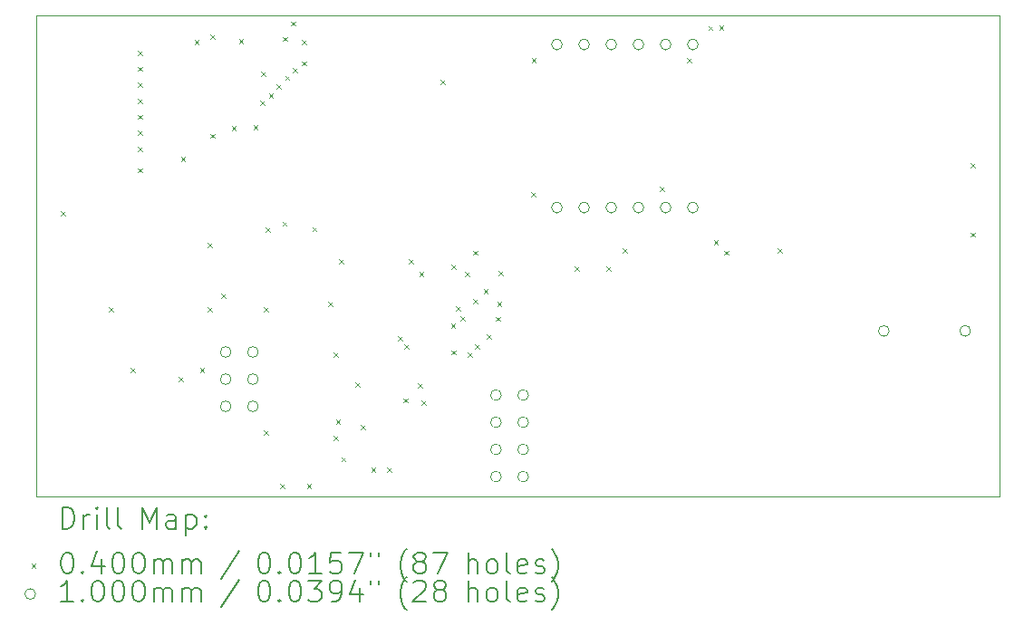
<source format=gbr>
%TF.GenerationSoftware,KiCad,Pcbnew,(7.0.0)*%
%TF.CreationDate,2023-04-21T02:07:05-06:00*%
%TF.ProjectId,Phase_B_ATMEGA_v3,50686173-655f-4425-9f41-544d4547415f,rev?*%
%TF.SameCoordinates,Original*%
%TF.FileFunction,Drillmap*%
%TF.FilePolarity,Positive*%
%FSLAX45Y45*%
G04 Gerber Fmt 4.5, Leading zero omitted, Abs format (unit mm)*
G04 Created by KiCad (PCBNEW (7.0.0)) date 2023-04-21 02:07:05*
%MOMM*%
%LPD*%
G01*
G04 APERTURE LIST*
%ADD10C,0.100000*%
%ADD11C,0.200000*%
%ADD12C,0.040000*%
G04 APERTURE END LIST*
D10*
X5607500Y-4980000D02*
X14607500Y-4980000D01*
X14607500Y-4980000D02*
X14607500Y-9480000D01*
X14607500Y-9480000D02*
X5607500Y-9480000D01*
X5607500Y-9480000D02*
X5607500Y-4980000D01*
D11*
D12*
X5837500Y-6810000D02*
X5877500Y-6850000D01*
X5877500Y-6810000D02*
X5837500Y-6850000D01*
X6287500Y-7710000D02*
X6327500Y-7750000D01*
X6327500Y-7710000D02*
X6287500Y-7750000D01*
X6487500Y-8277500D02*
X6527500Y-8317500D01*
X6527500Y-8277500D02*
X6487500Y-8317500D01*
X6560000Y-5310000D02*
X6600000Y-5350000D01*
X6600000Y-5310000D02*
X6560000Y-5350000D01*
X6560000Y-5460000D02*
X6600000Y-5500000D01*
X6600000Y-5460000D02*
X6560000Y-5500000D01*
X6560000Y-5610000D02*
X6600000Y-5650000D01*
X6600000Y-5610000D02*
X6560000Y-5650000D01*
X6560000Y-5760000D02*
X6600000Y-5800000D01*
X6600000Y-5760000D02*
X6560000Y-5800000D01*
X6560000Y-5910000D02*
X6600000Y-5950000D01*
X6600000Y-5910000D02*
X6560000Y-5950000D01*
X6560000Y-6060000D02*
X6600000Y-6100000D01*
X6600000Y-6060000D02*
X6560000Y-6100000D01*
X6560000Y-6210000D02*
X6600000Y-6250000D01*
X6600000Y-6210000D02*
X6560000Y-6250000D01*
X6560000Y-6410000D02*
X6600000Y-6450000D01*
X6600000Y-6410000D02*
X6560000Y-6450000D01*
X6937500Y-8360000D02*
X6977500Y-8400000D01*
X6977500Y-8360000D02*
X6937500Y-8400000D01*
X6960000Y-6301250D02*
X7000000Y-6341250D01*
X7000000Y-6301250D02*
X6960000Y-6341250D01*
X7087500Y-5210000D02*
X7127500Y-5250000D01*
X7127500Y-5210000D02*
X7087500Y-5250000D01*
X7137500Y-8277500D02*
X7177500Y-8317500D01*
X7177500Y-8277500D02*
X7137500Y-8317500D01*
X7207500Y-7110000D02*
X7247500Y-7150000D01*
X7247500Y-7110000D02*
X7207500Y-7150000D01*
X7207500Y-7710000D02*
X7247500Y-7750000D01*
X7247500Y-7710000D02*
X7207500Y-7750000D01*
X7237500Y-5160000D02*
X7277500Y-5200000D01*
X7277500Y-5160000D02*
X7237500Y-5200000D01*
X7237500Y-6088460D02*
X7277500Y-6128460D01*
X7277500Y-6088460D02*
X7237500Y-6128460D01*
X7337500Y-7580000D02*
X7377500Y-7620000D01*
X7377500Y-7580000D02*
X7337500Y-7620000D01*
X7433030Y-6015960D02*
X7473030Y-6055960D01*
X7473030Y-6015960D02*
X7433030Y-6055960D01*
X7502330Y-5200106D02*
X7542330Y-5240106D01*
X7542330Y-5200106D02*
X7502330Y-5240106D01*
X7637500Y-6010000D02*
X7677500Y-6050000D01*
X7677500Y-6010000D02*
X7637500Y-6050000D01*
X7703678Y-5776178D02*
X7743678Y-5816178D01*
X7743678Y-5776178D02*
X7703678Y-5816178D01*
X7708778Y-5510000D02*
X7748778Y-5550000D01*
X7748778Y-5510000D02*
X7708778Y-5550000D01*
X7737500Y-7710000D02*
X7777500Y-7750000D01*
X7777500Y-7710000D02*
X7737500Y-7750000D01*
X7737500Y-8860000D02*
X7777500Y-8900000D01*
X7777500Y-8860000D02*
X7737500Y-8900000D01*
X7752925Y-6964575D02*
X7792925Y-7004575D01*
X7792925Y-6964575D02*
X7752925Y-7004575D01*
X7781228Y-5710000D02*
X7821228Y-5750000D01*
X7821228Y-5710000D02*
X7781228Y-5750000D01*
X7853678Y-5626178D02*
X7893678Y-5666178D01*
X7893678Y-5626178D02*
X7853678Y-5666178D01*
X7887500Y-9360000D02*
X7927500Y-9400000D01*
X7927500Y-9360000D02*
X7887500Y-9400000D01*
X7907500Y-6910000D02*
X7947500Y-6950000D01*
X7947500Y-6910000D02*
X7907500Y-6950000D01*
X7915050Y-5182450D02*
X7955050Y-5222450D01*
X7955050Y-5182450D02*
X7915050Y-5222450D01*
X7933002Y-5546853D02*
X7973002Y-5586853D01*
X7973002Y-5546853D02*
X7933002Y-5586853D01*
X7987500Y-5037550D02*
X8027500Y-5077550D01*
X8027500Y-5037550D02*
X7987500Y-5077550D01*
X8003678Y-5476178D02*
X8043678Y-5516178D01*
X8043678Y-5476178D02*
X8003678Y-5516178D01*
X8087500Y-5210000D02*
X8127500Y-5250000D01*
X8127500Y-5210000D02*
X8087500Y-5250000D01*
X8087500Y-5410000D02*
X8127500Y-5450000D01*
X8127500Y-5410000D02*
X8087500Y-5450000D01*
X8137500Y-9360000D02*
X8177500Y-9400000D01*
X8177500Y-9360000D02*
X8137500Y-9400000D01*
X8187500Y-6960000D02*
X8227500Y-7000000D01*
X8227500Y-6960000D02*
X8187500Y-7000000D01*
X8337500Y-7660000D02*
X8377500Y-7700000D01*
X8377500Y-7660000D02*
X8337500Y-7700000D01*
X8387500Y-8130000D02*
X8427500Y-8170000D01*
X8427500Y-8130000D02*
X8387500Y-8170000D01*
X8387500Y-8910000D02*
X8427500Y-8950000D01*
X8427500Y-8910000D02*
X8387500Y-8950000D01*
X8407500Y-8760000D02*
X8447500Y-8800000D01*
X8447500Y-8760000D02*
X8407500Y-8800000D01*
X8437500Y-7260000D02*
X8477500Y-7300000D01*
X8477500Y-7260000D02*
X8437500Y-7300000D01*
X8457500Y-9110000D02*
X8497500Y-9150000D01*
X8497500Y-9110000D02*
X8457500Y-9150000D01*
X8587500Y-8410000D02*
X8627500Y-8450000D01*
X8627500Y-8410000D02*
X8587500Y-8450000D01*
X8637500Y-8810000D02*
X8677500Y-8850000D01*
X8677500Y-8810000D02*
X8637500Y-8850000D01*
X8737500Y-9210000D02*
X8777500Y-9250000D01*
X8777500Y-9210000D02*
X8737500Y-9250000D01*
X8887500Y-9210000D02*
X8927500Y-9250000D01*
X8927500Y-9210000D02*
X8887500Y-9250000D01*
X8984970Y-7980000D02*
X9024970Y-8020000D01*
X9024970Y-7980000D02*
X8984970Y-8020000D01*
X9037500Y-8560000D02*
X9077500Y-8600000D01*
X9077500Y-8560000D02*
X9037500Y-8600000D01*
X9046596Y-8058691D02*
X9086596Y-8098691D01*
X9086596Y-8058691D02*
X9046596Y-8098691D01*
X9087500Y-7260000D02*
X9127500Y-7300000D01*
X9127500Y-7260000D02*
X9087500Y-7300000D01*
X9172505Y-8422545D02*
X9212505Y-8462545D01*
X9212505Y-8422545D02*
X9172505Y-8462545D01*
X9187500Y-7380000D02*
X9227500Y-7420000D01*
X9227500Y-7380000D02*
X9187500Y-7420000D01*
X9207500Y-8582450D02*
X9247500Y-8622450D01*
X9247500Y-8582450D02*
X9207500Y-8622450D01*
X9387500Y-5582450D02*
X9427500Y-5622450D01*
X9427500Y-5582450D02*
X9387500Y-5622450D01*
X9481838Y-7862450D02*
X9521838Y-7902450D01*
X9521838Y-7862450D02*
X9481838Y-7902450D01*
X9487500Y-7310000D02*
X9527500Y-7350000D01*
X9527500Y-7310000D02*
X9487500Y-7350000D01*
X9487500Y-8110000D02*
X9527500Y-8150000D01*
X9527500Y-8110000D02*
X9487500Y-8150000D01*
X9527518Y-7702962D02*
X9567518Y-7742962D01*
X9567518Y-7702962D02*
X9527518Y-7742962D01*
X9573155Y-7791885D02*
X9613155Y-7831885D01*
X9613155Y-7791885D02*
X9573155Y-7831885D01*
X9615050Y-7380000D02*
X9655050Y-7420000D01*
X9655050Y-7380000D02*
X9615050Y-7420000D01*
X9637500Y-8130000D02*
X9677500Y-8170000D01*
X9677500Y-8130000D02*
X9637500Y-8170000D01*
X9687500Y-7180000D02*
X9727500Y-7220000D01*
X9727500Y-7180000D02*
X9687500Y-7220000D01*
X9687500Y-7630000D02*
X9727500Y-7670000D01*
X9727500Y-7630000D02*
X9687500Y-7670000D01*
X9708176Y-8057550D02*
X9748176Y-8097550D01*
X9748176Y-8057550D02*
X9708176Y-8097550D01*
X9787500Y-7542450D02*
X9827500Y-7582450D01*
X9827500Y-7542450D02*
X9787500Y-7582450D01*
X9814534Y-7960255D02*
X9854534Y-8000255D01*
X9854534Y-7960255D02*
X9814534Y-8000255D01*
X9904640Y-7797140D02*
X9944640Y-7837140D01*
X9944640Y-7797140D02*
X9904640Y-7837140D01*
X9913765Y-7656265D02*
X9953765Y-7696265D01*
X9953765Y-7656265D02*
X9913765Y-7696265D01*
X9929450Y-7371950D02*
X9969450Y-7411950D01*
X9969450Y-7371950D02*
X9929450Y-7411950D01*
X10231550Y-6635950D02*
X10271550Y-6675950D01*
X10271550Y-6635950D02*
X10231550Y-6675950D01*
X10237500Y-5380000D02*
X10277500Y-5420000D01*
X10277500Y-5380000D02*
X10237500Y-5420000D01*
X10637500Y-7330000D02*
X10677500Y-7370000D01*
X10677500Y-7330000D02*
X10637500Y-7370000D01*
X10937500Y-7330000D02*
X10977500Y-7370000D01*
X10977500Y-7330000D02*
X10937500Y-7370000D01*
X11087500Y-7160000D02*
X11127500Y-7200000D01*
X11127500Y-7160000D02*
X11087500Y-7200000D01*
X11437500Y-6580000D02*
X11477500Y-6620000D01*
X11477500Y-6580000D02*
X11437500Y-6620000D01*
X11687500Y-5380000D02*
X11727500Y-5420000D01*
X11727500Y-5380000D02*
X11687500Y-5420000D01*
X11887500Y-5080000D02*
X11927500Y-5120000D01*
X11927500Y-5080000D02*
X11887500Y-5120000D01*
X11937500Y-7080000D02*
X11977500Y-7120000D01*
X11977500Y-7080000D02*
X11937500Y-7120000D01*
X11988730Y-5078770D02*
X12028730Y-5118770D01*
X12028730Y-5078770D02*
X11988730Y-5118770D01*
X12037500Y-7180000D02*
X12077500Y-7220000D01*
X12077500Y-7180000D02*
X12037500Y-7220000D01*
X12537500Y-7160000D02*
X12577500Y-7200000D01*
X12577500Y-7160000D02*
X12537500Y-7200000D01*
X14337500Y-6360000D02*
X14377500Y-6400000D01*
X14377500Y-6360000D02*
X14337500Y-6400000D01*
X14337500Y-7010000D02*
X14377500Y-7050000D01*
X14377500Y-7010000D02*
X14337500Y-7050000D01*
D10*
X7428500Y-8127500D02*
G75*
G03*
X7428500Y-8127500I-50000J0D01*
G01*
X7428500Y-8381500D02*
G75*
G03*
X7428500Y-8381500I-50000J0D01*
G01*
X7428500Y-8635500D02*
G75*
G03*
X7428500Y-8635500I-50000J0D01*
G01*
X7682500Y-8127500D02*
G75*
G03*
X7682500Y-8127500I-50000J0D01*
G01*
X7682500Y-8381500D02*
G75*
G03*
X7682500Y-8381500I-50000J0D01*
G01*
X7682500Y-8635500D02*
G75*
G03*
X7682500Y-8635500I-50000J0D01*
G01*
X9953500Y-8530000D02*
G75*
G03*
X9953500Y-8530000I-50000J0D01*
G01*
X9953500Y-8784000D02*
G75*
G03*
X9953500Y-8784000I-50000J0D01*
G01*
X9953500Y-9038000D02*
G75*
G03*
X9953500Y-9038000I-50000J0D01*
G01*
X9953500Y-9292000D02*
G75*
G03*
X9953500Y-9292000I-50000J0D01*
G01*
X10207500Y-8530000D02*
G75*
G03*
X10207500Y-8530000I-50000J0D01*
G01*
X10207500Y-8784000D02*
G75*
G03*
X10207500Y-8784000I-50000J0D01*
G01*
X10207500Y-9038000D02*
G75*
G03*
X10207500Y-9038000I-50000J0D01*
G01*
X10207500Y-9292000D02*
G75*
G03*
X10207500Y-9292000I-50000J0D01*
G01*
X10522500Y-5253750D02*
G75*
G03*
X10522500Y-5253750I-50000J0D01*
G01*
X10522500Y-6777750D02*
G75*
G03*
X10522500Y-6777750I-50000J0D01*
G01*
X10776500Y-5253750D02*
G75*
G03*
X10776500Y-5253750I-50000J0D01*
G01*
X10776500Y-6777750D02*
G75*
G03*
X10776500Y-6777750I-50000J0D01*
G01*
X11030500Y-5253750D02*
G75*
G03*
X11030500Y-5253750I-50000J0D01*
G01*
X11030500Y-6777750D02*
G75*
G03*
X11030500Y-6777750I-50000J0D01*
G01*
X11284500Y-5253750D02*
G75*
G03*
X11284500Y-5253750I-50000J0D01*
G01*
X11284500Y-6777750D02*
G75*
G03*
X11284500Y-6777750I-50000J0D01*
G01*
X11538500Y-5253750D02*
G75*
G03*
X11538500Y-5253750I-50000J0D01*
G01*
X11538500Y-6777750D02*
G75*
G03*
X11538500Y-6777750I-50000J0D01*
G01*
X11792500Y-5253750D02*
G75*
G03*
X11792500Y-5253750I-50000J0D01*
G01*
X11792500Y-6777750D02*
G75*
G03*
X11792500Y-6777750I-50000J0D01*
G01*
X13577500Y-7930000D02*
G75*
G03*
X13577500Y-7930000I-50000J0D01*
G01*
X14337500Y-7930000D02*
G75*
G03*
X14337500Y-7930000I-50000J0D01*
G01*
D11*
X5850119Y-9778476D02*
X5850119Y-9578476D01*
X5850119Y-9578476D02*
X5897738Y-9578476D01*
X5897738Y-9578476D02*
X5926309Y-9588000D01*
X5926309Y-9588000D02*
X5945357Y-9607048D01*
X5945357Y-9607048D02*
X5954881Y-9626095D01*
X5954881Y-9626095D02*
X5964405Y-9664190D01*
X5964405Y-9664190D02*
X5964405Y-9692762D01*
X5964405Y-9692762D02*
X5954881Y-9730857D01*
X5954881Y-9730857D02*
X5945357Y-9749905D01*
X5945357Y-9749905D02*
X5926309Y-9768952D01*
X5926309Y-9768952D02*
X5897738Y-9778476D01*
X5897738Y-9778476D02*
X5850119Y-9778476D01*
X6050119Y-9778476D02*
X6050119Y-9645143D01*
X6050119Y-9683238D02*
X6059643Y-9664190D01*
X6059643Y-9664190D02*
X6069167Y-9654667D01*
X6069167Y-9654667D02*
X6088214Y-9645143D01*
X6088214Y-9645143D02*
X6107262Y-9645143D01*
X6173928Y-9778476D02*
X6173928Y-9645143D01*
X6173928Y-9578476D02*
X6164405Y-9588000D01*
X6164405Y-9588000D02*
X6173928Y-9597524D01*
X6173928Y-9597524D02*
X6183452Y-9588000D01*
X6183452Y-9588000D02*
X6173928Y-9578476D01*
X6173928Y-9578476D02*
X6173928Y-9597524D01*
X6297738Y-9778476D02*
X6278690Y-9768952D01*
X6278690Y-9768952D02*
X6269167Y-9749905D01*
X6269167Y-9749905D02*
X6269167Y-9578476D01*
X6402500Y-9778476D02*
X6383452Y-9768952D01*
X6383452Y-9768952D02*
X6373928Y-9749905D01*
X6373928Y-9749905D02*
X6373928Y-9578476D01*
X6598690Y-9778476D02*
X6598690Y-9578476D01*
X6598690Y-9578476D02*
X6665357Y-9721333D01*
X6665357Y-9721333D02*
X6732024Y-9578476D01*
X6732024Y-9578476D02*
X6732024Y-9778476D01*
X6912976Y-9778476D02*
X6912976Y-9673714D01*
X6912976Y-9673714D02*
X6903452Y-9654667D01*
X6903452Y-9654667D02*
X6884405Y-9645143D01*
X6884405Y-9645143D02*
X6846309Y-9645143D01*
X6846309Y-9645143D02*
X6827262Y-9654667D01*
X6912976Y-9768952D02*
X6893928Y-9778476D01*
X6893928Y-9778476D02*
X6846309Y-9778476D01*
X6846309Y-9778476D02*
X6827262Y-9768952D01*
X6827262Y-9768952D02*
X6817738Y-9749905D01*
X6817738Y-9749905D02*
X6817738Y-9730857D01*
X6817738Y-9730857D02*
X6827262Y-9711810D01*
X6827262Y-9711810D02*
X6846309Y-9702286D01*
X6846309Y-9702286D02*
X6893928Y-9702286D01*
X6893928Y-9702286D02*
X6912976Y-9692762D01*
X7008214Y-9645143D02*
X7008214Y-9845143D01*
X7008214Y-9654667D02*
X7027262Y-9645143D01*
X7027262Y-9645143D02*
X7065357Y-9645143D01*
X7065357Y-9645143D02*
X7084405Y-9654667D01*
X7084405Y-9654667D02*
X7093928Y-9664190D01*
X7093928Y-9664190D02*
X7103452Y-9683238D01*
X7103452Y-9683238D02*
X7103452Y-9740381D01*
X7103452Y-9740381D02*
X7093928Y-9759429D01*
X7093928Y-9759429D02*
X7084405Y-9768952D01*
X7084405Y-9768952D02*
X7065357Y-9778476D01*
X7065357Y-9778476D02*
X7027262Y-9778476D01*
X7027262Y-9778476D02*
X7008214Y-9768952D01*
X7189167Y-9759429D02*
X7198690Y-9768952D01*
X7198690Y-9768952D02*
X7189167Y-9778476D01*
X7189167Y-9778476D02*
X7179643Y-9768952D01*
X7179643Y-9768952D02*
X7189167Y-9759429D01*
X7189167Y-9759429D02*
X7189167Y-9778476D01*
X7189167Y-9654667D02*
X7198690Y-9664190D01*
X7198690Y-9664190D02*
X7189167Y-9673714D01*
X7189167Y-9673714D02*
X7179643Y-9664190D01*
X7179643Y-9664190D02*
X7189167Y-9654667D01*
X7189167Y-9654667D02*
X7189167Y-9673714D01*
D12*
X5562500Y-10105000D02*
X5602500Y-10145000D01*
X5602500Y-10105000D02*
X5562500Y-10145000D01*
D11*
X5888214Y-9998476D02*
X5907262Y-9998476D01*
X5907262Y-9998476D02*
X5926309Y-10008000D01*
X5926309Y-10008000D02*
X5935833Y-10017524D01*
X5935833Y-10017524D02*
X5945357Y-10036571D01*
X5945357Y-10036571D02*
X5954881Y-10074667D01*
X5954881Y-10074667D02*
X5954881Y-10122286D01*
X5954881Y-10122286D02*
X5945357Y-10160381D01*
X5945357Y-10160381D02*
X5935833Y-10179429D01*
X5935833Y-10179429D02*
X5926309Y-10188952D01*
X5926309Y-10188952D02*
X5907262Y-10198476D01*
X5907262Y-10198476D02*
X5888214Y-10198476D01*
X5888214Y-10198476D02*
X5869167Y-10188952D01*
X5869167Y-10188952D02*
X5859643Y-10179429D01*
X5859643Y-10179429D02*
X5850119Y-10160381D01*
X5850119Y-10160381D02*
X5840595Y-10122286D01*
X5840595Y-10122286D02*
X5840595Y-10074667D01*
X5840595Y-10074667D02*
X5850119Y-10036571D01*
X5850119Y-10036571D02*
X5859643Y-10017524D01*
X5859643Y-10017524D02*
X5869167Y-10008000D01*
X5869167Y-10008000D02*
X5888214Y-9998476D01*
X6040595Y-10179429D02*
X6050119Y-10188952D01*
X6050119Y-10188952D02*
X6040595Y-10198476D01*
X6040595Y-10198476D02*
X6031071Y-10188952D01*
X6031071Y-10188952D02*
X6040595Y-10179429D01*
X6040595Y-10179429D02*
X6040595Y-10198476D01*
X6221548Y-10065143D02*
X6221548Y-10198476D01*
X6173928Y-9988952D02*
X6126309Y-10131810D01*
X6126309Y-10131810D02*
X6250119Y-10131810D01*
X6364405Y-9998476D02*
X6383452Y-9998476D01*
X6383452Y-9998476D02*
X6402500Y-10008000D01*
X6402500Y-10008000D02*
X6412024Y-10017524D01*
X6412024Y-10017524D02*
X6421548Y-10036571D01*
X6421548Y-10036571D02*
X6431071Y-10074667D01*
X6431071Y-10074667D02*
X6431071Y-10122286D01*
X6431071Y-10122286D02*
X6421548Y-10160381D01*
X6421548Y-10160381D02*
X6412024Y-10179429D01*
X6412024Y-10179429D02*
X6402500Y-10188952D01*
X6402500Y-10188952D02*
X6383452Y-10198476D01*
X6383452Y-10198476D02*
X6364405Y-10198476D01*
X6364405Y-10198476D02*
X6345357Y-10188952D01*
X6345357Y-10188952D02*
X6335833Y-10179429D01*
X6335833Y-10179429D02*
X6326309Y-10160381D01*
X6326309Y-10160381D02*
X6316786Y-10122286D01*
X6316786Y-10122286D02*
X6316786Y-10074667D01*
X6316786Y-10074667D02*
X6326309Y-10036571D01*
X6326309Y-10036571D02*
X6335833Y-10017524D01*
X6335833Y-10017524D02*
X6345357Y-10008000D01*
X6345357Y-10008000D02*
X6364405Y-9998476D01*
X6554881Y-9998476D02*
X6573929Y-9998476D01*
X6573929Y-9998476D02*
X6592976Y-10008000D01*
X6592976Y-10008000D02*
X6602500Y-10017524D01*
X6602500Y-10017524D02*
X6612024Y-10036571D01*
X6612024Y-10036571D02*
X6621548Y-10074667D01*
X6621548Y-10074667D02*
X6621548Y-10122286D01*
X6621548Y-10122286D02*
X6612024Y-10160381D01*
X6612024Y-10160381D02*
X6602500Y-10179429D01*
X6602500Y-10179429D02*
X6592976Y-10188952D01*
X6592976Y-10188952D02*
X6573929Y-10198476D01*
X6573929Y-10198476D02*
X6554881Y-10198476D01*
X6554881Y-10198476D02*
X6535833Y-10188952D01*
X6535833Y-10188952D02*
X6526309Y-10179429D01*
X6526309Y-10179429D02*
X6516786Y-10160381D01*
X6516786Y-10160381D02*
X6507262Y-10122286D01*
X6507262Y-10122286D02*
X6507262Y-10074667D01*
X6507262Y-10074667D02*
X6516786Y-10036571D01*
X6516786Y-10036571D02*
X6526309Y-10017524D01*
X6526309Y-10017524D02*
X6535833Y-10008000D01*
X6535833Y-10008000D02*
X6554881Y-9998476D01*
X6707262Y-10198476D02*
X6707262Y-10065143D01*
X6707262Y-10084190D02*
X6716786Y-10074667D01*
X6716786Y-10074667D02*
X6735833Y-10065143D01*
X6735833Y-10065143D02*
X6764405Y-10065143D01*
X6764405Y-10065143D02*
X6783452Y-10074667D01*
X6783452Y-10074667D02*
X6792976Y-10093714D01*
X6792976Y-10093714D02*
X6792976Y-10198476D01*
X6792976Y-10093714D02*
X6802500Y-10074667D01*
X6802500Y-10074667D02*
X6821548Y-10065143D01*
X6821548Y-10065143D02*
X6850119Y-10065143D01*
X6850119Y-10065143D02*
X6869167Y-10074667D01*
X6869167Y-10074667D02*
X6878690Y-10093714D01*
X6878690Y-10093714D02*
X6878690Y-10198476D01*
X6973929Y-10198476D02*
X6973929Y-10065143D01*
X6973929Y-10084190D02*
X6983452Y-10074667D01*
X6983452Y-10074667D02*
X7002500Y-10065143D01*
X7002500Y-10065143D02*
X7031071Y-10065143D01*
X7031071Y-10065143D02*
X7050119Y-10074667D01*
X7050119Y-10074667D02*
X7059643Y-10093714D01*
X7059643Y-10093714D02*
X7059643Y-10198476D01*
X7059643Y-10093714D02*
X7069167Y-10074667D01*
X7069167Y-10074667D02*
X7088214Y-10065143D01*
X7088214Y-10065143D02*
X7116786Y-10065143D01*
X7116786Y-10065143D02*
X7135833Y-10074667D01*
X7135833Y-10074667D02*
X7145357Y-10093714D01*
X7145357Y-10093714D02*
X7145357Y-10198476D01*
X7503452Y-9988952D02*
X7332024Y-10246095D01*
X7728214Y-9998476D02*
X7747262Y-9998476D01*
X7747262Y-9998476D02*
X7766310Y-10008000D01*
X7766310Y-10008000D02*
X7775833Y-10017524D01*
X7775833Y-10017524D02*
X7785357Y-10036571D01*
X7785357Y-10036571D02*
X7794881Y-10074667D01*
X7794881Y-10074667D02*
X7794881Y-10122286D01*
X7794881Y-10122286D02*
X7785357Y-10160381D01*
X7785357Y-10160381D02*
X7775833Y-10179429D01*
X7775833Y-10179429D02*
X7766310Y-10188952D01*
X7766310Y-10188952D02*
X7747262Y-10198476D01*
X7747262Y-10198476D02*
X7728214Y-10198476D01*
X7728214Y-10198476D02*
X7709167Y-10188952D01*
X7709167Y-10188952D02*
X7699643Y-10179429D01*
X7699643Y-10179429D02*
X7690119Y-10160381D01*
X7690119Y-10160381D02*
X7680595Y-10122286D01*
X7680595Y-10122286D02*
X7680595Y-10074667D01*
X7680595Y-10074667D02*
X7690119Y-10036571D01*
X7690119Y-10036571D02*
X7699643Y-10017524D01*
X7699643Y-10017524D02*
X7709167Y-10008000D01*
X7709167Y-10008000D02*
X7728214Y-9998476D01*
X7880595Y-10179429D02*
X7890119Y-10188952D01*
X7890119Y-10188952D02*
X7880595Y-10198476D01*
X7880595Y-10198476D02*
X7871071Y-10188952D01*
X7871071Y-10188952D02*
X7880595Y-10179429D01*
X7880595Y-10179429D02*
X7880595Y-10198476D01*
X8013929Y-9998476D02*
X8032976Y-9998476D01*
X8032976Y-9998476D02*
X8052024Y-10008000D01*
X8052024Y-10008000D02*
X8061548Y-10017524D01*
X8061548Y-10017524D02*
X8071071Y-10036571D01*
X8071071Y-10036571D02*
X8080595Y-10074667D01*
X8080595Y-10074667D02*
X8080595Y-10122286D01*
X8080595Y-10122286D02*
X8071071Y-10160381D01*
X8071071Y-10160381D02*
X8061548Y-10179429D01*
X8061548Y-10179429D02*
X8052024Y-10188952D01*
X8052024Y-10188952D02*
X8032976Y-10198476D01*
X8032976Y-10198476D02*
X8013929Y-10198476D01*
X8013929Y-10198476D02*
X7994881Y-10188952D01*
X7994881Y-10188952D02*
X7985357Y-10179429D01*
X7985357Y-10179429D02*
X7975833Y-10160381D01*
X7975833Y-10160381D02*
X7966310Y-10122286D01*
X7966310Y-10122286D02*
X7966310Y-10074667D01*
X7966310Y-10074667D02*
X7975833Y-10036571D01*
X7975833Y-10036571D02*
X7985357Y-10017524D01*
X7985357Y-10017524D02*
X7994881Y-10008000D01*
X7994881Y-10008000D02*
X8013929Y-9998476D01*
X8271071Y-10198476D02*
X8156786Y-10198476D01*
X8213929Y-10198476D02*
X8213929Y-9998476D01*
X8213929Y-9998476D02*
X8194881Y-10027048D01*
X8194881Y-10027048D02*
X8175833Y-10046095D01*
X8175833Y-10046095D02*
X8156786Y-10055619D01*
X8452024Y-9998476D02*
X8356786Y-9998476D01*
X8356786Y-9998476D02*
X8347262Y-10093714D01*
X8347262Y-10093714D02*
X8356786Y-10084190D01*
X8356786Y-10084190D02*
X8375833Y-10074667D01*
X8375833Y-10074667D02*
X8423453Y-10074667D01*
X8423453Y-10074667D02*
X8442500Y-10084190D01*
X8442500Y-10084190D02*
X8452024Y-10093714D01*
X8452024Y-10093714D02*
X8461548Y-10112762D01*
X8461548Y-10112762D02*
X8461548Y-10160381D01*
X8461548Y-10160381D02*
X8452024Y-10179429D01*
X8452024Y-10179429D02*
X8442500Y-10188952D01*
X8442500Y-10188952D02*
X8423453Y-10198476D01*
X8423453Y-10198476D02*
X8375833Y-10198476D01*
X8375833Y-10198476D02*
X8356786Y-10188952D01*
X8356786Y-10188952D02*
X8347262Y-10179429D01*
X8528214Y-9998476D02*
X8661548Y-9998476D01*
X8661548Y-9998476D02*
X8575833Y-10198476D01*
X8728214Y-9998476D02*
X8728214Y-10036571D01*
X8804405Y-9998476D02*
X8804405Y-10036571D01*
X9067262Y-10274667D02*
X9057738Y-10265143D01*
X9057738Y-10265143D02*
X9038691Y-10236571D01*
X9038691Y-10236571D02*
X9029167Y-10217524D01*
X9029167Y-10217524D02*
X9019643Y-10188952D01*
X9019643Y-10188952D02*
X9010119Y-10141333D01*
X9010119Y-10141333D02*
X9010119Y-10103238D01*
X9010119Y-10103238D02*
X9019643Y-10055619D01*
X9019643Y-10055619D02*
X9029167Y-10027048D01*
X9029167Y-10027048D02*
X9038691Y-10008000D01*
X9038691Y-10008000D02*
X9057738Y-9979429D01*
X9057738Y-9979429D02*
X9067262Y-9969905D01*
X9172024Y-10084190D02*
X9152976Y-10074667D01*
X9152976Y-10074667D02*
X9143453Y-10065143D01*
X9143453Y-10065143D02*
X9133929Y-10046095D01*
X9133929Y-10046095D02*
X9133929Y-10036571D01*
X9133929Y-10036571D02*
X9143453Y-10017524D01*
X9143453Y-10017524D02*
X9152976Y-10008000D01*
X9152976Y-10008000D02*
X9172024Y-9998476D01*
X9172024Y-9998476D02*
X9210119Y-9998476D01*
X9210119Y-9998476D02*
X9229167Y-10008000D01*
X9229167Y-10008000D02*
X9238691Y-10017524D01*
X9238691Y-10017524D02*
X9248214Y-10036571D01*
X9248214Y-10036571D02*
X9248214Y-10046095D01*
X9248214Y-10046095D02*
X9238691Y-10065143D01*
X9238691Y-10065143D02*
X9229167Y-10074667D01*
X9229167Y-10074667D02*
X9210119Y-10084190D01*
X9210119Y-10084190D02*
X9172024Y-10084190D01*
X9172024Y-10084190D02*
X9152976Y-10093714D01*
X9152976Y-10093714D02*
X9143453Y-10103238D01*
X9143453Y-10103238D02*
X9133929Y-10122286D01*
X9133929Y-10122286D02*
X9133929Y-10160381D01*
X9133929Y-10160381D02*
X9143453Y-10179429D01*
X9143453Y-10179429D02*
X9152976Y-10188952D01*
X9152976Y-10188952D02*
X9172024Y-10198476D01*
X9172024Y-10198476D02*
X9210119Y-10198476D01*
X9210119Y-10198476D02*
X9229167Y-10188952D01*
X9229167Y-10188952D02*
X9238691Y-10179429D01*
X9238691Y-10179429D02*
X9248214Y-10160381D01*
X9248214Y-10160381D02*
X9248214Y-10122286D01*
X9248214Y-10122286D02*
X9238691Y-10103238D01*
X9238691Y-10103238D02*
X9229167Y-10093714D01*
X9229167Y-10093714D02*
X9210119Y-10084190D01*
X9314881Y-9998476D02*
X9448214Y-9998476D01*
X9448214Y-9998476D02*
X9362500Y-10198476D01*
X9644405Y-10198476D02*
X9644405Y-9998476D01*
X9730119Y-10198476D02*
X9730119Y-10093714D01*
X9730119Y-10093714D02*
X9720595Y-10074667D01*
X9720595Y-10074667D02*
X9701548Y-10065143D01*
X9701548Y-10065143D02*
X9672976Y-10065143D01*
X9672976Y-10065143D02*
X9653929Y-10074667D01*
X9653929Y-10074667D02*
X9644405Y-10084190D01*
X9853929Y-10198476D02*
X9834881Y-10188952D01*
X9834881Y-10188952D02*
X9825357Y-10179429D01*
X9825357Y-10179429D02*
X9815834Y-10160381D01*
X9815834Y-10160381D02*
X9815834Y-10103238D01*
X9815834Y-10103238D02*
X9825357Y-10084190D01*
X9825357Y-10084190D02*
X9834881Y-10074667D01*
X9834881Y-10074667D02*
X9853929Y-10065143D01*
X9853929Y-10065143D02*
X9882500Y-10065143D01*
X9882500Y-10065143D02*
X9901548Y-10074667D01*
X9901548Y-10074667D02*
X9911072Y-10084190D01*
X9911072Y-10084190D02*
X9920595Y-10103238D01*
X9920595Y-10103238D02*
X9920595Y-10160381D01*
X9920595Y-10160381D02*
X9911072Y-10179429D01*
X9911072Y-10179429D02*
X9901548Y-10188952D01*
X9901548Y-10188952D02*
X9882500Y-10198476D01*
X9882500Y-10198476D02*
X9853929Y-10198476D01*
X10034881Y-10198476D02*
X10015834Y-10188952D01*
X10015834Y-10188952D02*
X10006310Y-10169905D01*
X10006310Y-10169905D02*
X10006310Y-9998476D01*
X10187262Y-10188952D02*
X10168215Y-10198476D01*
X10168215Y-10198476D02*
X10130119Y-10198476D01*
X10130119Y-10198476D02*
X10111072Y-10188952D01*
X10111072Y-10188952D02*
X10101548Y-10169905D01*
X10101548Y-10169905D02*
X10101548Y-10093714D01*
X10101548Y-10093714D02*
X10111072Y-10074667D01*
X10111072Y-10074667D02*
X10130119Y-10065143D01*
X10130119Y-10065143D02*
X10168215Y-10065143D01*
X10168215Y-10065143D02*
X10187262Y-10074667D01*
X10187262Y-10074667D02*
X10196786Y-10093714D01*
X10196786Y-10093714D02*
X10196786Y-10112762D01*
X10196786Y-10112762D02*
X10101548Y-10131810D01*
X10272976Y-10188952D02*
X10292024Y-10198476D01*
X10292024Y-10198476D02*
X10330119Y-10198476D01*
X10330119Y-10198476D02*
X10349167Y-10188952D01*
X10349167Y-10188952D02*
X10358691Y-10169905D01*
X10358691Y-10169905D02*
X10358691Y-10160381D01*
X10358691Y-10160381D02*
X10349167Y-10141333D01*
X10349167Y-10141333D02*
X10330119Y-10131810D01*
X10330119Y-10131810D02*
X10301548Y-10131810D01*
X10301548Y-10131810D02*
X10282500Y-10122286D01*
X10282500Y-10122286D02*
X10272976Y-10103238D01*
X10272976Y-10103238D02*
X10272976Y-10093714D01*
X10272976Y-10093714D02*
X10282500Y-10074667D01*
X10282500Y-10074667D02*
X10301548Y-10065143D01*
X10301548Y-10065143D02*
X10330119Y-10065143D01*
X10330119Y-10065143D02*
X10349167Y-10074667D01*
X10425357Y-10274667D02*
X10434881Y-10265143D01*
X10434881Y-10265143D02*
X10453929Y-10236571D01*
X10453929Y-10236571D02*
X10463453Y-10217524D01*
X10463453Y-10217524D02*
X10472976Y-10188952D01*
X10472976Y-10188952D02*
X10482500Y-10141333D01*
X10482500Y-10141333D02*
X10482500Y-10103238D01*
X10482500Y-10103238D02*
X10472976Y-10055619D01*
X10472976Y-10055619D02*
X10463453Y-10027048D01*
X10463453Y-10027048D02*
X10453929Y-10008000D01*
X10453929Y-10008000D02*
X10434881Y-9979429D01*
X10434881Y-9979429D02*
X10425357Y-9969905D01*
D10*
X5602500Y-10389000D02*
G75*
G03*
X5602500Y-10389000I-50000J0D01*
G01*
D11*
X5954881Y-10462476D02*
X5840595Y-10462476D01*
X5897738Y-10462476D02*
X5897738Y-10262476D01*
X5897738Y-10262476D02*
X5878690Y-10291048D01*
X5878690Y-10291048D02*
X5859643Y-10310095D01*
X5859643Y-10310095D02*
X5840595Y-10319619D01*
X6040595Y-10443429D02*
X6050119Y-10452952D01*
X6050119Y-10452952D02*
X6040595Y-10462476D01*
X6040595Y-10462476D02*
X6031071Y-10452952D01*
X6031071Y-10452952D02*
X6040595Y-10443429D01*
X6040595Y-10443429D02*
X6040595Y-10462476D01*
X6173928Y-10262476D02*
X6192976Y-10262476D01*
X6192976Y-10262476D02*
X6212024Y-10272000D01*
X6212024Y-10272000D02*
X6221548Y-10281524D01*
X6221548Y-10281524D02*
X6231071Y-10300571D01*
X6231071Y-10300571D02*
X6240595Y-10338667D01*
X6240595Y-10338667D02*
X6240595Y-10386286D01*
X6240595Y-10386286D02*
X6231071Y-10424381D01*
X6231071Y-10424381D02*
X6221548Y-10443429D01*
X6221548Y-10443429D02*
X6212024Y-10452952D01*
X6212024Y-10452952D02*
X6192976Y-10462476D01*
X6192976Y-10462476D02*
X6173928Y-10462476D01*
X6173928Y-10462476D02*
X6154881Y-10452952D01*
X6154881Y-10452952D02*
X6145357Y-10443429D01*
X6145357Y-10443429D02*
X6135833Y-10424381D01*
X6135833Y-10424381D02*
X6126309Y-10386286D01*
X6126309Y-10386286D02*
X6126309Y-10338667D01*
X6126309Y-10338667D02*
X6135833Y-10300571D01*
X6135833Y-10300571D02*
X6145357Y-10281524D01*
X6145357Y-10281524D02*
X6154881Y-10272000D01*
X6154881Y-10272000D02*
X6173928Y-10262476D01*
X6364405Y-10262476D02*
X6383452Y-10262476D01*
X6383452Y-10262476D02*
X6402500Y-10272000D01*
X6402500Y-10272000D02*
X6412024Y-10281524D01*
X6412024Y-10281524D02*
X6421548Y-10300571D01*
X6421548Y-10300571D02*
X6431071Y-10338667D01*
X6431071Y-10338667D02*
X6431071Y-10386286D01*
X6431071Y-10386286D02*
X6421548Y-10424381D01*
X6421548Y-10424381D02*
X6412024Y-10443429D01*
X6412024Y-10443429D02*
X6402500Y-10452952D01*
X6402500Y-10452952D02*
X6383452Y-10462476D01*
X6383452Y-10462476D02*
X6364405Y-10462476D01*
X6364405Y-10462476D02*
X6345357Y-10452952D01*
X6345357Y-10452952D02*
X6335833Y-10443429D01*
X6335833Y-10443429D02*
X6326309Y-10424381D01*
X6326309Y-10424381D02*
X6316786Y-10386286D01*
X6316786Y-10386286D02*
X6316786Y-10338667D01*
X6316786Y-10338667D02*
X6326309Y-10300571D01*
X6326309Y-10300571D02*
X6335833Y-10281524D01*
X6335833Y-10281524D02*
X6345357Y-10272000D01*
X6345357Y-10272000D02*
X6364405Y-10262476D01*
X6554881Y-10262476D02*
X6573929Y-10262476D01*
X6573929Y-10262476D02*
X6592976Y-10272000D01*
X6592976Y-10272000D02*
X6602500Y-10281524D01*
X6602500Y-10281524D02*
X6612024Y-10300571D01*
X6612024Y-10300571D02*
X6621548Y-10338667D01*
X6621548Y-10338667D02*
X6621548Y-10386286D01*
X6621548Y-10386286D02*
X6612024Y-10424381D01*
X6612024Y-10424381D02*
X6602500Y-10443429D01*
X6602500Y-10443429D02*
X6592976Y-10452952D01*
X6592976Y-10452952D02*
X6573929Y-10462476D01*
X6573929Y-10462476D02*
X6554881Y-10462476D01*
X6554881Y-10462476D02*
X6535833Y-10452952D01*
X6535833Y-10452952D02*
X6526309Y-10443429D01*
X6526309Y-10443429D02*
X6516786Y-10424381D01*
X6516786Y-10424381D02*
X6507262Y-10386286D01*
X6507262Y-10386286D02*
X6507262Y-10338667D01*
X6507262Y-10338667D02*
X6516786Y-10300571D01*
X6516786Y-10300571D02*
X6526309Y-10281524D01*
X6526309Y-10281524D02*
X6535833Y-10272000D01*
X6535833Y-10272000D02*
X6554881Y-10262476D01*
X6707262Y-10462476D02*
X6707262Y-10329143D01*
X6707262Y-10348190D02*
X6716786Y-10338667D01*
X6716786Y-10338667D02*
X6735833Y-10329143D01*
X6735833Y-10329143D02*
X6764405Y-10329143D01*
X6764405Y-10329143D02*
X6783452Y-10338667D01*
X6783452Y-10338667D02*
X6792976Y-10357714D01*
X6792976Y-10357714D02*
X6792976Y-10462476D01*
X6792976Y-10357714D02*
X6802500Y-10338667D01*
X6802500Y-10338667D02*
X6821548Y-10329143D01*
X6821548Y-10329143D02*
X6850119Y-10329143D01*
X6850119Y-10329143D02*
X6869167Y-10338667D01*
X6869167Y-10338667D02*
X6878690Y-10357714D01*
X6878690Y-10357714D02*
X6878690Y-10462476D01*
X6973929Y-10462476D02*
X6973929Y-10329143D01*
X6973929Y-10348190D02*
X6983452Y-10338667D01*
X6983452Y-10338667D02*
X7002500Y-10329143D01*
X7002500Y-10329143D02*
X7031071Y-10329143D01*
X7031071Y-10329143D02*
X7050119Y-10338667D01*
X7050119Y-10338667D02*
X7059643Y-10357714D01*
X7059643Y-10357714D02*
X7059643Y-10462476D01*
X7059643Y-10357714D02*
X7069167Y-10338667D01*
X7069167Y-10338667D02*
X7088214Y-10329143D01*
X7088214Y-10329143D02*
X7116786Y-10329143D01*
X7116786Y-10329143D02*
X7135833Y-10338667D01*
X7135833Y-10338667D02*
X7145357Y-10357714D01*
X7145357Y-10357714D02*
X7145357Y-10462476D01*
X7503452Y-10252952D02*
X7332024Y-10510095D01*
X7728214Y-10262476D02*
X7747262Y-10262476D01*
X7747262Y-10262476D02*
X7766310Y-10272000D01*
X7766310Y-10272000D02*
X7775833Y-10281524D01*
X7775833Y-10281524D02*
X7785357Y-10300571D01*
X7785357Y-10300571D02*
X7794881Y-10338667D01*
X7794881Y-10338667D02*
X7794881Y-10386286D01*
X7794881Y-10386286D02*
X7785357Y-10424381D01*
X7785357Y-10424381D02*
X7775833Y-10443429D01*
X7775833Y-10443429D02*
X7766310Y-10452952D01*
X7766310Y-10452952D02*
X7747262Y-10462476D01*
X7747262Y-10462476D02*
X7728214Y-10462476D01*
X7728214Y-10462476D02*
X7709167Y-10452952D01*
X7709167Y-10452952D02*
X7699643Y-10443429D01*
X7699643Y-10443429D02*
X7690119Y-10424381D01*
X7690119Y-10424381D02*
X7680595Y-10386286D01*
X7680595Y-10386286D02*
X7680595Y-10338667D01*
X7680595Y-10338667D02*
X7690119Y-10300571D01*
X7690119Y-10300571D02*
X7699643Y-10281524D01*
X7699643Y-10281524D02*
X7709167Y-10272000D01*
X7709167Y-10272000D02*
X7728214Y-10262476D01*
X7880595Y-10443429D02*
X7890119Y-10452952D01*
X7890119Y-10452952D02*
X7880595Y-10462476D01*
X7880595Y-10462476D02*
X7871071Y-10452952D01*
X7871071Y-10452952D02*
X7880595Y-10443429D01*
X7880595Y-10443429D02*
X7880595Y-10462476D01*
X8013929Y-10262476D02*
X8032976Y-10262476D01*
X8032976Y-10262476D02*
X8052024Y-10272000D01*
X8052024Y-10272000D02*
X8061548Y-10281524D01*
X8061548Y-10281524D02*
X8071071Y-10300571D01*
X8071071Y-10300571D02*
X8080595Y-10338667D01*
X8080595Y-10338667D02*
X8080595Y-10386286D01*
X8080595Y-10386286D02*
X8071071Y-10424381D01*
X8071071Y-10424381D02*
X8061548Y-10443429D01*
X8061548Y-10443429D02*
X8052024Y-10452952D01*
X8052024Y-10452952D02*
X8032976Y-10462476D01*
X8032976Y-10462476D02*
X8013929Y-10462476D01*
X8013929Y-10462476D02*
X7994881Y-10452952D01*
X7994881Y-10452952D02*
X7985357Y-10443429D01*
X7985357Y-10443429D02*
X7975833Y-10424381D01*
X7975833Y-10424381D02*
X7966310Y-10386286D01*
X7966310Y-10386286D02*
X7966310Y-10338667D01*
X7966310Y-10338667D02*
X7975833Y-10300571D01*
X7975833Y-10300571D02*
X7985357Y-10281524D01*
X7985357Y-10281524D02*
X7994881Y-10272000D01*
X7994881Y-10272000D02*
X8013929Y-10262476D01*
X8147262Y-10262476D02*
X8271071Y-10262476D01*
X8271071Y-10262476D02*
X8204405Y-10338667D01*
X8204405Y-10338667D02*
X8232976Y-10338667D01*
X8232976Y-10338667D02*
X8252024Y-10348190D01*
X8252024Y-10348190D02*
X8261548Y-10357714D01*
X8261548Y-10357714D02*
X8271071Y-10376762D01*
X8271071Y-10376762D02*
X8271071Y-10424381D01*
X8271071Y-10424381D02*
X8261548Y-10443429D01*
X8261548Y-10443429D02*
X8252024Y-10452952D01*
X8252024Y-10452952D02*
X8232976Y-10462476D01*
X8232976Y-10462476D02*
X8175833Y-10462476D01*
X8175833Y-10462476D02*
X8156786Y-10452952D01*
X8156786Y-10452952D02*
X8147262Y-10443429D01*
X8366310Y-10462476D02*
X8404405Y-10462476D01*
X8404405Y-10462476D02*
X8423453Y-10452952D01*
X8423453Y-10452952D02*
X8432976Y-10443429D01*
X8432976Y-10443429D02*
X8452024Y-10414857D01*
X8452024Y-10414857D02*
X8461548Y-10376762D01*
X8461548Y-10376762D02*
X8461548Y-10300571D01*
X8461548Y-10300571D02*
X8452024Y-10281524D01*
X8452024Y-10281524D02*
X8442500Y-10272000D01*
X8442500Y-10272000D02*
X8423453Y-10262476D01*
X8423453Y-10262476D02*
X8385357Y-10262476D01*
X8385357Y-10262476D02*
X8366310Y-10272000D01*
X8366310Y-10272000D02*
X8356786Y-10281524D01*
X8356786Y-10281524D02*
X8347262Y-10300571D01*
X8347262Y-10300571D02*
X8347262Y-10348190D01*
X8347262Y-10348190D02*
X8356786Y-10367238D01*
X8356786Y-10367238D02*
X8366310Y-10376762D01*
X8366310Y-10376762D02*
X8385357Y-10386286D01*
X8385357Y-10386286D02*
X8423453Y-10386286D01*
X8423453Y-10386286D02*
X8442500Y-10376762D01*
X8442500Y-10376762D02*
X8452024Y-10367238D01*
X8452024Y-10367238D02*
X8461548Y-10348190D01*
X8632976Y-10329143D02*
X8632976Y-10462476D01*
X8585357Y-10252952D02*
X8537738Y-10395810D01*
X8537738Y-10395810D02*
X8661548Y-10395810D01*
X8728214Y-10262476D02*
X8728214Y-10300571D01*
X8804405Y-10262476D02*
X8804405Y-10300571D01*
X9067262Y-10538667D02*
X9057738Y-10529143D01*
X9057738Y-10529143D02*
X9038691Y-10500571D01*
X9038691Y-10500571D02*
X9029167Y-10481524D01*
X9029167Y-10481524D02*
X9019643Y-10452952D01*
X9019643Y-10452952D02*
X9010119Y-10405333D01*
X9010119Y-10405333D02*
X9010119Y-10367238D01*
X9010119Y-10367238D02*
X9019643Y-10319619D01*
X9019643Y-10319619D02*
X9029167Y-10291048D01*
X9029167Y-10291048D02*
X9038691Y-10272000D01*
X9038691Y-10272000D02*
X9057738Y-10243429D01*
X9057738Y-10243429D02*
X9067262Y-10233905D01*
X9133929Y-10281524D02*
X9143453Y-10272000D01*
X9143453Y-10272000D02*
X9162500Y-10262476D01*
X9162500Y-10262476D02*
X9210119Y-10262476D01*
X9210119Y-10262476D02*
X9229167Y-10272000D01*
X9229167Y-10272000D02*
X9238691Y-10281524D01*
X9238691Y-10281524D02*
X9248214Y-10300571D01*
X9248214Y-10300571D02*
X9248214Y-10319619D01*
X9248214Y-10319619D02*
X9238691Y-10348190D01*
X9238691Y-10348190D02*
X9124405Y-10462476D01*
X9124405Y-10462476D02*
X9248214Y-10462476D01*
X9362500Y-10348190D02*
X9343453Y-10338667D01*
X9343453Y-10338667D02*
X9333929Y-10329143D01*
X9333929Y-10329143D02*
X9324405Y-10310095D01*
X9324405Y-10310095D02*
X9324405Y-10300571D01*
X9324405Y-10300571D02*
X9333929Y-10281524D01*
X9333929Y-10281524D02*
X9343453Y-10272000D01*
X9343453Y-10272000D02*
X9362500Y-10262476D01*
X9362500Y-10262476D02*
X9400595Y-10262476D01*
X9400595Y-10262476D02*
X9419643Y-10272000D01*
X9419643Y-10272000D02*
X9429167Y-10281524D01*
X9429167Y-10281524D02*
X9438691Y-10300571D01*
X9438691Y-10300571D02*
X9438691Y-10310095D01*
X9438691Y-10310095D02*
X9429167Y-10329143D01*
X9429167Y-10329143D02*
X9419643Y-10338667D01*
X9419643Y-10338667D02*
X9400595Y-10348190D01*
X9400595Y-10348190D02*
X9362500Y-10348190D01*
X9362500Y-10348190D02*
X9343453Y-10357714D01*
X9343453Y-10357714D02*
X9333929Y-10367238D01*
X9333929Y-10367238D02*
X9324405Y-10386286D01*
X9324405Y-10386286D02*
X9324405Y-10424381D01*
X9324405Y-10424381D02*
X9333929Y-10443429D01*
X9333929Y-10443429D02*
X9343453Y-10452952D01*
X9343453Y-10452952D02*
X9362500Y-10462476D01*
X9362500Y-10462476D02*
X9400595Y-10462476D01*
X9400595Y-10462476D02*
X9419643Y-10452952D01*
X9419643Y-10452952D02*
X9429167Y-10443429D01*
X9429167Y-10443429D02*
X9438691Y-10424381D01*
X9438691Y-10424381D02*
X9438691Y-10386286D01*
X9438691Y-10386286D02*
X9429167Y-10367238D01*
X9429167Y-10367238D02*
X9419643Y-10357714D01*
X9419643Y-10357714D02*
X9400595Y-10348190D01*
X9644405Y-10462476D02*
X9644405Y-10262476D01*
X9730119Y-10462476D02*
X9730119Y-10357714D01*
X9730119Y-10357714D02*
X9720595Y-10338667D01*
X9720595Y-10338667D02*
X9701548Y-10329143D01*
X9701548Y-10329143D02*
X9672976Y-10329143D01*
X9672976Y-10329143D02*
X9653929Y-10338667D01*
X9653929Y-10338667D02*
X9644405Y-10348190D01*
X9853929Y-10462476D02*
X9834881Y-10452952D01*
X9834881Y-10452952D02*
X9825357Y-10443429D01*
X9825357Y-10443429D02*
X9815834Y-10424381D01*
X9815834Y-10424381D02*
X9815834Y-10367238D01*
X9815834Y-10367238D02*
X9825357Y-10348190D01*
X9825357Y-10348190D02*
X9834881Y-10338667D01*
X9834881Y-10338667D02*
X9853929Y-10329143D01*
X9853929Y-10329143D02*
X9882500Y-10329143D01*
X9882500Y-10329143D02*
X9901548Y-10338667D01*
X9901548Y-10338667D02*
X9911072Y-10348190D01*
X9911072Y-10348190D02*
X9920595Y-10367238D01*
X9920595Y-10367238D02*
X9920595Y-10424381D01*
X9920595Y-10424381D02*
X9911072Y-10443429D01*
X9911072Y-10443429D02*
X9901548Y-10452952D01*
X9901548Y-10452952D02*
X9882500Y-10462476D01*
X9882500Y-10462476D02*
X9853929Y-10462476D01*
X10034881Y-10462476D02*
X10015834Y-10452952D01*
X10015834Y-10452952D02*
X10006310Y-10433905D01*
X10006310Y-10433905D02*
X10006310Y-10262476D01*
X10187262Y-10452952D02*
X10168215Y-10462476D01*
X10168215Y-10462476D02*
X10130119Y-10462476D01*
X10130119Y-10462476D02*
X10111072Y-10452952D01*
X10111072Y-10452952D02*
X10101548Y-10433905D01*
X10101548Y-10433905D02*
X10101548Y-10357714D01*
X10101548Y-10357714D02*
X10111072Y-10338667D01*
X10111072Y-10338667D02*
X10130119Y-10329143D01*
X10130119Y-10329143D02*
X10168215Y-10329143D01*
X10168215Y-10329143D02*
X10187262Y-10338667D01*
X10187262Y-10338667D02*
X10196786Y-10357714D01*
X10196786Y-10357714D02*
X10196786Y-10376762D01*
X10196786Y-10376762D02*
X10101548Y-10395810D01*
X10272976Y-10452952D02*
X10292024Y-10462476D01*
X10292024Y-10462476D02*
X10330119Y-10462476D01*
X10330119Y-10462476D02*
X10349167Y-10452952D01*
X10349167Y-10452952D02*
X10358691Y-10433905D01*
X10358691Y-10433905D02*
X10358691Y-10424381D01*
X10358691Y-10424381D02*
X10349167Y-10405333D01*
X10349167Y-10405333D02*
X10330119Y-10395810D01*
X10330119Y-10395810D02*
X10301548Y-10395810D01*
X10301548Y-10395810D02*
X10282500Y-10386286D01*
X10282500Y-10386286D02*
X10272976Y-10367238D01*
X10272976Y-10367238D02*
X10272976Y-10357714D01*
X10272976Y-10357714D02*
X10282500Y-10338667D01*
X10282500Y-10338667D02*
X10301548Y-10329143D01*
X10301548Y-10329143D02*
X10330119Y-10329143D01*
X10330119Y-10329143D02*
X10349167Y-10338667D01*
X10425357Y-10538667D02*
X10434881Y-10529143D01*
X10434881Y-10529143D02*
X10453929Y-10500571D01*
X10453929Y-10500571D02*
X10463453Y-10481524D01*
X10463453Y-10481524D02*
X10472976Y-10452952D01*
X10472976Y-10452952D02*
X10482500Y-10405333D01*
X10482500Y-10405333D02*
X10482500Y-10367238D01*
X10482500Y-10367238D02*
X10472976Y-10319619D01*
X10472976Y-10319619D02*
X10463453Y-10291048D01*
X10463453Y-10291048D02*
X10453929Y-10272000D01*
X10453929Y-10272000D02*
X10434881Y-10243429D01*
X10434881Y-10243429D02*
X10425357Y-10233905D01*
M02*

</source>
